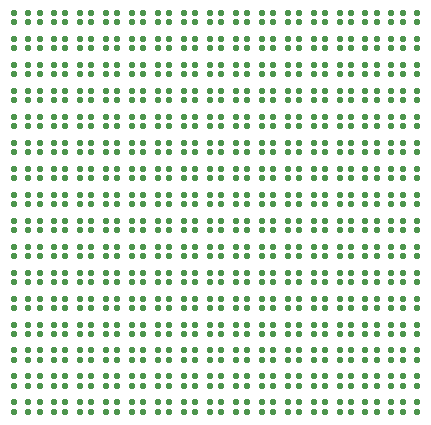
<source format=gts>
%TF.GenerationSoftware,KiCad,Pcbnew,5.99.0-unknown-dd5676f4bc~131~ubuntu20.04.1*%
%TF.CreationDate,2021-08-08T04:37:50-07:00*%
%TF.ProjectId,panel,70616e65-6c2e-46b6-9963-61645f706362,rev?*%
%TF.SameCoordinates,Original*%
%TF.FileFunction,Soldermask,Top*%
%TF.FilePolarity,Negative*%
%FSLAX46Y46*%
G04 Gerber Fmt 4.6, Leading zero omitted, Abs format (unit mm)*
G04 Created by KiCad (PCBNEW 5.99.0-unknown-dd5676f4bc~131~ubuntu20.04.1) date 2021-08-08 04:37:50*
%MOMM*%
%LPD*%
G01*
G04 APERTURE LIST*
G04 Aperture macros list*
%AMRoundRect*
0 Rectangle with rounded corners*
0 $1 Rounding radius*
0 $2 $3 $4 $5 $6 $7 $8 $9 X,Y pos of 4 corners*
0 Add a 4 corners polygon primitive as box body*
4,1,4,$2,$3,$4,$5,$6,$7,$8,$9,$2,$3,0*
0 Add four circle primitives for the rounded corners*
1,1,$1+$1,$2,$3*
1,1,$1+$1,$4,$5*
1,1,$1+$1,$6,$7*
1,1,$1+$1,$8,$9*
0 Add four rect primitives between the rounded corners*
20,1,$1+$1,$2,$3,$4,$5,0*
20,1,$1+$1,$4,$5,$6,$7,0*
20,1,$1+$1,$6,$7,$8,$9,0*
20,1,$1+$1,$8,$9,$2,$3,0*%
G04 Aperture macros list end*
%ADD10RoundRect,0.130000X0.145000X0.120000X-0.145000X0.120000X-0.145000X-0.120000X0.145000X-0.120000X0*%
G04 APERTURE END LIST*
D10*
%TO.C,D2*%
X64300000Y-61100000D03*
X64300000Y-61900000D03*
X63100000Y-61900000D03*
X63100000Y-61100000D03*
%TD*%
%TO.C,D231*%
X75300000Y-91900000D03*
X75300000Y-92700000D03*
X74100000Y-92700000D03*
X74100000Y-91900000D03*
%TD*%
%TO.C,D67*%
X66500000Y-69900000D03*
X66500000Y-70700000D03*
X65300000Y-70700000D03*
X65300000Y-69900000D03*
%TD*%
%TO.C,D234*%
X81900000Y-91900000D03*
X81900000Y-92700000D03*
X80700000Y-92700000D03*
X80700000Y-91900000D03*
%TD*%
%TO.C,D238*%
X90700000Y-91900000D03*
X90700000Y-92700000D03*
X89500000Y-92700000D03*
X89500000Y-91900000D03*
%TD*%
%TO.C,D136*%
X77500000Y-78700000D03*
X77500000Y-79500000D03*
X76300000Y-79500000D03*
X76300000Y-78700000D03*
%TD*%
%TO.C,D93*%
X88500000Y-72100000D03*
X88500000Y-72900000D03*
X87300000Y-72900000D03*
X87300000Y-72100000D03*
%TD*%
%TO.C,D166*%
X73100000Y-83100000D03*
X73100000Y-83900000D03*
X71900000Y-83900000D03*
X71900000Y-83100000D03*
%TD*%
%TO.C,D168*%
X77500000Y-83100000D03*
X77500000Y-83900000D03*
X76300000Y-83900000D03*
X76300000Y-83100000D03*
%TD*%
%TO.C,D52*%
X68700000Y-67700000D03*
X68700000Y-68500000D03*
X67500000Y-68500000D03*
X67500000Y-67700000D03*
%TD*%
%TO.C,D65*%
X62100000Y-69900000D03*
X62100000Y-70700000D03*
X60900000Y-70700000D03*
X60900000Y-69900000D03*
%TD*%
%TO.C,D119*%
X75300000Y-76500000D03*
X75300000Y-77300000D03*
X74100000Y-77300000D03*
X74100000Y-76500000D03*
%TD*%
%TO.C,D85*%
X70900000Y-72100000D03*
X70900000Y-72900000D03*
X69700000Y-72900000D03*
X69700000Y-72100000D03*
%TD*%
%TO.C,D112*%
X95100000Y-74300000D03*
X95100000Y-75100000D03*
X93900000Y-75100000D03*
X93900000Y-74300000D03*
%TD*%
%TO.C,D47*%
X92900000Y-65500000D03*
X92900000Y-66300000D03*
X91700000Y-66300000D03*
X91700000Y-65500000D03*
%TD*%
%TO.C,D12*%
X86300000Y-61100000D03*
X86300000Y-61900000D03*
X85100000Y-61900000D03*
X85100000Y-61100000D03*
%TD*%
%TO.C,D33*%
X62100000Y-65500000D03*
X62100000Y-66300000D03*
X60900000Y-66300000D03*
X60900000Y-65500000D03*
%TD*%
%TO.C,D32*%
X95100000Y-63300000D03*
X95100000Y-64100000D03*
X93900000Y-64100000D03*
X93900000Y-63300000D03*
%TD*%
%TO.C,D107*%
X84100000Y-74300000D03*
X84100000Y-75100000D03*
X82900000Y-75100000D03*
X82900000Y-74300000D03*
%TD*%
%TO.C,D164*%
X68700000Y-83100000D03*
X68700000Y-83900000D03*
X67500000Y-83900000D03*
X67500000Y-83100000D03*
%TD*%
%TO.C,D88*%
X77500000Y-72100000D03*
X77500000Y-72900000D03*
X76300000Y-72900000D03*
X76300000Y-72100000D03*
%TD*%
%TO.C,D183*%
X75300000Y-85300000D03*
X75300000Y-86100000D03*
X74100000Y-86100000D03*
X74100000Y-85300000D03*
%TD*%
%TO.C,D62*%
X90700000Y-67700000D03*
X90700000Y-68500000D03*
X89500000Y-68500000D03*
X89500000Y-67700000D03*
%TD*%
%TO.C,D28*%
X86300000Y-63300000D03*
X86300000Y-64100000D03*
X85100000Y-64100000D03*
X85100000Y-63300000D03*
%TD*%
%TO.C,D100*%
X68700000Y-74300000D03*
X68700000Y-75100000D03*
X67500000Y-75100000D03*
X67500000Y-74300000D03*
%TD*%
%TO.C,D141*%
X88500000Y-78700000D03*
X88500000Y-79500000D03*
X87300000Y-79500000D03*
X87300000Y-78700000D03*
%TD*%
%TO.C,D194*%
X64300000Y-87500000D03*
X64300000Y-88300000D03*
X63100000Y-88300000D03*
X63100000Y-87500000D03*
%TD*%
%TO.C,D99*%
X66500000Y-74300000D03*
X66500000Y-75100000D03*
X65300000Y-75100000D03*
X65300000Y-74300000D03*
%TD*%
%TO.C,D96*%
X95100000Y-72100000D03*
X95100000Y-72900000D03*
X93900000Y-72900000D03*
X93900000Y-72100000D03*
%TD*%
%TO.C,D152*%
X77500000Y-80900000D03*
X77500000Y-81700000D03*
X76300000Y-81700000D03*
X76300000Y-80900000D03*
%TD*%
%TO.C,D75*%
X84100000Y-69900000D03*
X84100000Y-70700000D03*
X82900000Y-70700000D03*
X82900000Y-69900000D03*
%TD*%
%TO.C,D64*%
X95100000Y-67700000D03*
X95100000Y-68500000D03*
X93900000Y-68500000D03*
X93900000Y-67700000D03*
%TD*%
%TO.C,D232*%
X77500000Y-91900000D03*
X77500000Y-92700000D03*
X76300000Y-92700000D03*
X76300000Y-91900000D03*
%TD*%
%TO.C,D211*%
X66500000Y-89700000D03*
X66500000Y-90500000D03*
X65300000Y-90500000D03*
X65300000Y-89700000D03*
%TD*%
%TO.C,D127*%
X92900000Y-76500000D03*
X92900000Y-77300000D03*
X91700000Y-77300000D03*
X91700000Y-76500000D03*
%TD*%
%TO.C,D66*%
X64300000Y-69900000D03*
X64300000Y-70700000D03*
X63100000Y-70700000D03*
X63100000Y-69900000D03*
%TD*%
%TO.C,D78*%
X90700000Y-69900000D03*
X90700000Y-70700000D03*
X89500000Y-70700000D03*
X89500000Y-69900000D03*
%TD*%
%TO.C,D156*%
X86300000Y-80900000D03*
X86300000Y-81700000D03*
X85100000Y-81700000D03*
X85100000Y-80900000D03*
%TD*%
%TO.C,D69*%
X70900000Y-69900000D03*
X70900000Y-70700000D03*
X69700000Y-70700000D03*
X69700000Y-69900000D03*
%TD*%
%TO.C,D56*%
X77500000Y-67700000D03*
X77500000Y-68500000D03*
X76300000Y-68500000D03*
X76300000Y-67700000D03*
%TD*%
%TO.C,D24*%
X77500000Y-63300000D03*
X77500000Y-64100000D03*
X76300000Y-64100000D03*
X76300000Y-63300000D03*
%TD*%
%TO.C,D165*%
X70900000Y-83100000D03*
X70900000Y-83900000D03*
X69700000Y-83900000D03*
X69700000Y-83100000D03*
%TD*%
%TO.C,D94*%
X90700000Y-72100000D03*
X90700000Y-72900000D03*
X89500000Y-72900000D03*
X89500000Y-72100000D03*
%TD*%
%TO.C,D181*%
X70900000Y-85300000D03*
X70900000Y-86100000D03*
X69700000Y-86100000D03*
X69700000Y-85300000D03*
%TD*%
%TO.C,D222*%
X90700000Y-89700000D03*
X90700000Y-90500000D03*
X89500000Y-90500000D03*
X89500000Y-89700000D03*
%TD*%
%TO.C,D129*%
X62100000Y-78700000D03*
X62100000Y-79500000D03*
X60900000Y-79500000D03*
X60900000Y-78700000D03*
%TD*%
%TO.C,D227*%
X66500000Y-91900000D03*
X66500000Y-92700000D03*
X65300000Y-92700000D03*
X65300000Y-91900000D03*
%TD*%
%TO.C,D249*%
X79700000Y-94100000D03*
X79700000Y-94900000D03*
X78500000Y-94900000D03*
X78500000Y-94100000D03*
%TD*%
%TO.C,D8*%
X77500000Y-61100000D03*
X77500000Y-61900000D03*
X76300000Y-61900000D03*
X76300000Y-61100000D03*
%TD*%
%TO.C,D51*%
X66500000Y-67700000D03*
X66500000Y-68500000D03*
X65300000Y-68500000D03*
X65300000Y-67700000D03*
%TD*%
%TO.C,D43*%
X84100000Y-65500000D03*
X84100000Y-66300000D03*
X82900000Y-66300000D03*
X82900000Y-65500000D03*
%TD*%
%TO.C,D27*%
X84100000Y-63300000D03*
X84100000Y-64100000D03*
X82900000Y-64100000D03*
X82900000Y-63300000D03*
%TD*%
%TO.C,D252*%
X86300000Y-94100000D03*
X86300000Y-94900000D03*
X85100000Y-94900000D03*
X85100000Y-94100000D03*
%TD*%
%TO.C,D115*%
X66500000Y-76500000D03*
X66500000Y-77300000D03*
X65300000Y-77300000D03*
X65300000Y-76500000D03*
%TD*%
%TO.C,D73*%
X79700000Y-69900000D03*
X79700000Y-70700000D03*
X78500000Y-70700000D03*
X78500000Y-69900000D03*
%TD*%
%TO.C,D76*%
X86300000Y-69900000D03*
X86300000Y-70700000D03*
X85100000Y-70700000D03*
X85100000Y-69900000D03*
%TD*%
%TO.C,D71*%
X75300000Y-69900000D03*
X75300000Y-70700000D03*
X74100000Y-70700000D03*
X74100000Y-69900000D03*
%TD*%
%TO.C,D26*%
X81900000Y-63300000D03*
X81900000Y-64100000D03*
X80700000Y-64100000D03*
X80700000Y-63300000D03*
%TD*%
%TO.C,D111*%
X92900000Y-74300000D03*
X92900000Y-75100000D03*
X91700000Y-75100000D03*
X91700000Y-74300000D03*
%TD*%
%TO.C,D63*%
X92900000Y-67700000D03*
X92900000Y-68500000D03*
X91700000Y-68500000D03*
X91700000Y-67700000D03*
%TD*%
%TO.C,D173*%
X88500000Y-83100000D03*
X88500000Y-83900000D03*
X87300000Y-83900000D03*
X87300000Y-83100000D03*
%TD*%
%TO.C,D247*%
X75300000Y-94100000D03*
X75300000Y-94900000D03*
X74100000Y-94900000D03*
X74100000Y-94100000D03*
%TD*%
%TO.C,D155*%
X84100000Y-80900000D03*
X84100000Y-81700000D03*
X82900000Y-81700000D03*
X82900000Y-80900000D03*
%TD*%
%TO.C,D209*%
X62100000Y-89700000D03*
X62100000Y-90500000D03*
X60900000Y-90500000D03*
X60900000Y-89700000D03*
%TD*%
%TO.C,D239*%
X92900000Y-91900000D03*
X92900000Y-92700000D03*
X91700000Y-92700000D03*
X91700000Y-91900000D03*
%TD*%
%TO.C,D134*%
X73100000Y-78700000D03*
X73100000Y-79500000D03*
X71900000Y-79500000D03*
X71900000Y-78700000D03*
%TD*%
%TO.C,D120*%
X77500000Y-76500000D03*
X77500000Y-77300000D03*
X76300000Y-77300000D03*
X76300000Y-76500000D03*
%TD*%
%TO.C,D193*%
X62100000Y-87500000D03*
X62100000Y-88300000D03*
X60900000Y-88300000D03*
X60900000Y-87500000D03*
%TD*%
%TO.C,D149*%
X70900000Y-80900000D03*
X70900000Y-81700000D03*
X69700000Y-81700000D03*
X69700000Y-80900000D03*
%TD*%
%TO.C,D251*%
X84100000Y-94100000D03*
X84100000Y-94900000D03*
X82900000Y-94900000D03*
X82900000Y-94100000D03*
%TD*%
%TO.C,D178*%
X64300000Y-85300000D03*
X64300000Y-86100000D03*
X63100000Y-86100000D03*
X63100000Y-85300000D03*
%TD*%
%TO.C,D20*%
X68700000Y-63300000D03*
X68700000Y-64100000D03*
X67500000Y-64100000D03*
X67500000Y-63300000D03*
%TD*%
%TO.C,D160*%
X95100000Y-80900000D03*
X95100000Y-81700000D03*
X93900000Y-81700000D03*
X93900000Y-80900000D03*
%TD*%
%TO.C,D57*%
X79700000Y-67700000D03*
X79700000Y-68500000D03*
X78500000Y-68500000D03*
X78500000Y-67700000D03*
%TD*%
%TO.C,D16*%
X95100000Y-61100000D03*
X95100000Y-61900000D03*
X93900000Y-61900000D03*
X93900000Y-61100000D03*
%TD*%
%TO.C,D46*%
X90700000Y-65500000D03*
X90700000Y-66300000D03*
X89500000Y-66300000D03*
X89500000Y-65500000D03*
%TD*%
%TO.C,D35*%
X66500000Y-65500000D03*
X66500000Y-66300000D03*
X65300000Y-66300000D03*
X65300000Y-65500000D03*
%TD*%
%TO.C,D103*%
X75300000Y-74300000D03*
X75300000Y-75100000D03*
X74100000Y-75100000D03*
X74100000Y-74300000D03*
%TD*%
%TO.C,D114*%
X64300000Y-76500000D03*
X64300000Y-77300000D03*
X63100000Y-77300000D03*
X63100000Y-76500000D03*
%TD*%
%TO.C,D124*%
X86300000Y-76500000D03*
X86300000Y-77300000D03*
X85100000Y-77300000D03*
X85100000Y-76500000D03*
%TD*%
%TO.C,D226*%
X64300000Y-91900000D03*
X64300000Y-92700000D03*
X63100000Y-92700000D03*
X63100000Y-91900000D03*
%TD*%
%TO.C,D174*%
X90700000Y-83100000D03*
X90700000Y-83900000D03*
X89500000Y-83900000D03*
X89500000Y-83100000D03*
%TD*%
%TO.C,D236*%
X86300000Y-91900000D03*
X86300000Y-92700000D03*
X85100000Y-92700000D03*
X85100000Y-91900000D03*
%TD*%
%TO.C,D87*%
X75300000Y-72100000D03*
X75300000Y-72900000D03*
X74100000Y-72900000D03*
X74100000Y-72100000D03*
%TD*%
%TO.C,D125*%
X88500000Y-76500000D03*
X88500000Y-77300000D03*
X87300000Y-77300000D03*
X87300000Y-76500000D03*
%TD*%
%TO.C,D55*%
X75300000Y-67700000D03*
X75300000Y-68500000D03*
X74100000Y-68500000D03*
X74100000Y-67700000D03*
%TD*%
%TO.C,D4*%
X68700000Y-61100000D03*
X68700000Y-61900000D03*
X67500000Y-61900000D03*
X67500000Y-61100000D03*
%TD*%
%TO.C,D196*%
X68700000Y-87500000D03*
X68700000Y-88300000D03*
X67500000Y-88300000D03*
X67500000Y-87500000D03*
%TD*%
%TO.C,D23*%
X75300000Y-63300000D03*
X75300000Y-64100000D03*
X74100000Y-64100000D03*
X74100000Y-63300000D03*
%TD*%
%TO.C,D21*%
X70900000Y-63300000D03*
X70900000Y-64100000D03*
X69700000Y-64100000D03*
X69700000Y-63300000D03*
%TD*%
%TO.C,D92*%
X86300000Y-72100000D03*
X86300000Y-72900000D03*
X85100000Y-72900000D03*
X85100000Y-72100000D03*
%TD*%
%TO.C,D140*%
X86300000Y-78700000D03*
X86300000Y-79500000D03*
X85100000Y-79500000D03*
X85100000Y-78700000D03*
%TD*%
%TO.C,D217*%
X79700000Y-89700000D03*
X79700000Y-90500000D03*
X78500000Y-90500000D03*
X78500000Y-89700000D03*
%TD*%
%TO.C,D44*%
X86300000Y-65500000D03*
X86300000Y-66300000D03*
X85100000Y-66300000D03*
X85100000Y-65500000D03*
%TD*%
%TO.C,D228*%
X68700000Y-91900000D03*
X68700000Y-92700000D03*
X67500000Y-92700000D03*
X67500000Y-91900000D03*
%TD*%
%TO.C,D40*%
X77500000Y-65500000D03*
X77500000Y-66300000D03*
X76300000Y-66300000D03*
X76300000Y-65500000D03*
%TD*%
%TO.C,D19*%
X66500000Y-63300000D03*
X66500000Y-64100000D03*
X65300000Y-64100000D03*
X65300000Y-63300000D03*
%TD*%
%TO.C,D179*%
X66500000Y-85300000D03*
X66500000Y-86100000D03*
X65300000Y-86100000D03*
X65300000Y-85300000D03*
%TD*%
%TO.C,D170*%
X81900000Y-83100000D03*
X81900000Y-83900000D03*
X80700000Y-83900000D03*
X80700000Y-83100000D03*
%TD*%
%TO.C,D180*%
X68700000Y-85300000D03*
X68700000Y-86100000D03*
X67500000Y-86100000D03*
X67500000Y-85300000D03*
%TD*%
%TO.C,D30*%
X90700000Y-63300000D03*
X90700000Y-64100000D03*
X89500000Y-64100000D03*
X89500000Y-63300000D03*
%TD*%
%TO.C,D202*%
X81900000Y-87500000D03*
X81900000Y-88300000D03*
X80700000Y-88300000D03*
X80700000Y-87500000D03*
%TD*%
%TO.C,D171*%
X84100000Y-83100000D03*
X84100000Y-83900000D03*
X82900000Y-83900000D03*
X82900000Y-83100000D03*
%TD*%
%TO.C,D187*%
X84100000Y-85300000D03*
X84100000Y-86100000D03*
X82900000Y-86100000D03*
X82900000Y-85300000D03*
%TD*%
%TO.C,D59*%
X84100000Y-67700000D03*
X84100000Y-68500000D03*
X82900000Y-68500000D03*
X82900000Y-67700000D03*
%TD*%
%TO.C,D190*%
X90700000Y-85300000D03*
X90700000Y-86100000D03*
X89500000Y-86100000D03*
X89500000Y-85300000D03*
%TD*%
%TO.C,D17*%
X62100000Y-63300000D03*
X62100000Y-64100000D03*
X60900000Y-64100000D03*
X60900000Y-63300000D03*
%TD*%
%TO.C,D248*%
X77500000Y-94100000D03*
X77500000Y-94900000D03*
X76300000Y-94900000D03*
X76300000Y-94100000D03*
%TD*%
%TO.C,D182*%
X73100000Y-85300000D03*
X73100000Y-86100000D03*
X71900000Y-86100000D03*
X71900000Y-85300000D03*
%TD*%
%TO.C,D89*%
X79700000Y-72100000D03*
X79700000Y-72900000D03*
X78500000Y-72900000D03*
X78500000Y-72100000D03*
%TD*%
%TO.C,D97*%
X62100000Y-74300000D03*
X62100000Y-75100000D03*
X60900000Y-75100000D03*
X60900000Y-74300000D03*
%TD*%
%TO.C,D237*%
X88500000Y-91900000D03*
X88500000Y-92700000D03*
X87300000Y-92700000D03*
X87300000Y-91900000D03*
%TD*%
%TO.C,D201*%
X79700000Y-87500000D03*
X79700000Y-88300000D03*
X78500000Y-88300000D03*
X78500000Y-87500000D03*
%TD*%
%TO.C,D210*%
X64300000Y-89700000D03*
X64300000Y-90500000D03*
X63100000Y-90500000D03*
X63100000Y-89700000D03*
%TD*%
%TO.C,D117*%
X70900000Y-76500000D03*
X70900000Y-77300000D03*
X69700000Y-77300000D03*
X69700000Y-76500000D03*
%TD*%
%TO.C,D95*%
X92900000Y-72100000D03*
X92900000Y-72900000D03*
X91700000Y-72900000D03*
X91700000Y-72100000D03*
%TD*%
%TO.C,D223*%
X92900000Y-89700000D03*
X92900000Y-90500000D03*
X91700000Y-90500000D03*
X91700000Y-89700000D03*
%TD*%
%TO.C,D216*%
X77500000Y-89700000D03*
X77500000Y-90500000D03*
X76300000Y-90500000D03*
X76300000Y-89700000D03*
%TD*%
%TO.C,D212*%
X68700000Y-89700000D03*
X68700000Y-90500000D03*
X67500000Y-90500000D03*
X67500000Y-89700000D03*
%TD*%
%TO.C,D198*%
X73100000Y-87500000D03*
X73100000Y-88300000D03*
X71900000Y-88300000D03*
X71900000Y-87500000D03*
%TD*%
%TO.C,D235*%
X84100000Y-91900000D03*
X84100000Y-92700000D03*
X82900000Y-92700000D03*
X82900000Y-91900000D03*
%TD*%
%TO.C,D255*%
X92900000Y-94100000D03*
X92900000Y-94900000D03*
X91700000Y-94900000D03*
X91700000Y-94100000D03*
%TD*%
%TO.C,D29*%
X88500000Y-63300000D03*
X88500000Y-64100000D03*
X87300000Y-64100000D03*
X87300000Y-63300000D03*
%TD*%
%TO.C,D9*%
X79700000Y-61100000D03*
X79700000Y-61900000D03*
X78500000Y-61900000D03*
X78500000Y-61100000D03*
%TD*%
%TO.C,D48*%
X95100000Y-65500000D03*
X95100000Y-66300000D03*
X93900000Y-66300000D03*
X93900000Y-65500000D03*
%TD*%
%TO.C,D213*%
X70900000Y-89700000D03*
X70900000Y-90500000D03*
X69700000Y-90500000D03*
X69700000Y-89700000D03*
%TD*%
%TO.C,D253*%
X88500000Y-94100000D03*
X88500000Y-94900000D03*
X87300000Y-94900000D03*
X87300000Y-94100000D03*
%TD*%
%TO.C,D192*%
X95100000Y-85300000D03*
X95100000Y-86100000D03*
X93900000Y-86100000D03*
X93900000Y-85300000D03*
%TD*%
%TO.C,D146*%
X64300000Y-80900000D03*
X64300000Y-81700000D03*
X63100000Y-81700000D03*
X63100000Y-80900000D03*
%TD*%
%TO.C,D220*%
X86300000Y-89700000D03*
X86300000Y-90500000D03*
X85100000Y-90500000D03*
X85100000Y-89700000D03*
%TD*%
%TO.C,D110*%
X90700000Y-74300000D03*
X90700000Y-75100000D03*
X89500000Y-75100000D03*
X89500000Y-74300000D03*
%TD*%
%TO.C,D150*%
X73100000Y-80900000D03*
X73100000Y-81700000D03*
X71900000Y-81700000D03*
X71900000Y-80900000D03*
%TD*%
%TO.C,D126*%
X90700000Y-76500000D03*
X90700000Y-77300000D03*
X89500000Y-77300000D03*
X89500000Y-76500000D03*
%TD*%
%TO.C,D39*%
X75300000Y-65500000D03*
X75300000Y-66300000D03*
X74100000Y-66300000D03*
X74100000Y-65500000D03*
%TD*%
%TO.C,D14*%
X90700000Y-61100000D03*
X90700000Y-61900000D03*
X89500000Y-61900000D03*
X89500000Y-61100000D03*
%TD*%
%TO.C,D175*%
X92900000Y-83100000D03*
X92900000Y-83900000D03*
X91700000Y-83900000D03*
X91700000Y-83100000D03*
%TD*%
%TO.C,D250*%
X81900000Y-94100000D03*
X81900000Y-94900000D03*
X80700000Y-94900000D03*
X80700000Y-94100000D03*
%TD*%
%TO.C,D245*%
X70900000Y-94100000D03*
X70900000Y-94900000D03*
X69700000Y-94900000D03*
X69700000Y-94100000D03*
%TD*%
%TO.C,D79*%
X92900000Y-69900000D03*
X92900000Y-70700000D03*
X91700000Y-70700000D03*
X91700000Y-69900000D03*
%TD*%
%TO.C,D104*%
X77500000Y-74300000D03*
X77500000Y-75100000D03*
X76300000Y-75100000D03*
X76300000Y-74300000D03*
%TD*%
%TO.C,D159*%
X92900000Y-80900000D03*
X92900000Y-81700000D03*
X91700000Y-81700000D03*
X91700000Y-80900000D03*
%TD*%
%TO.C,D128*%
X95100000Y-76500000D03*
X95100000Y-77300000D03*
X93900000Y-77300000D03*
X93900000Y-76500000D03*
%TD*%
%TO.C,D58*%
X81900000Y-67700000D03*
X81900000Y-68500000D03*
X80700000Y-68500000D03*
X80700000Y-67700000D03*
%TD*%
%TO.C,D81*%
X62100000Y-72100000D03*
X62100000Y-72900000D03*
X60900000Y-72900000D03*
X60900000Y-72100000D03*
%TD*%
%TO.C,D221*%
X88500000Y-89700000D03*
X88500000Y-90500000D03*
X87300000Y-90500000D03*
X87300000Y-89700000D03*
%TD*%
%TO.C,D105*%
X79700000Y-74300000D03*
X79700000Y-75100000D03*
X78500000Y-75100000D03*
X78500000Y-74300000D03*
%TD*%
%TO.C,D233*%
X79700000Y-91900000D03*
X79700000Y-92700000D03*
X78500000Y-92700000D03*
X78500000Y-91900000D03*
%TD*%
%TO.C,D70*%
X73100000Y-69900000D03*
X73100000Y-70700000D03*
X71900000Y-70700000D03*
X71900000Y-69900000D03*
%TD*%
%TO.C,D133*%
X70900000Y-78700000D03*
X70900000Y-79500000D03*
X69700000Y-79500000D03*
X69700000Y-78700000D03*
%TD*%
%TO.C,D157*%
X88500000Y-80900000D03*
X88500000Y-81700000D03*
X87300000Y-81700000D03*
X87300000Y-80900000D03*
%TD*%
%TO.C,D177*%
X62100000Y-85300000D03*
X62100000Y-86100000D03*
X60900000Y-86100000D03*
X60900000Y-85300000D03*
%TD*%
%TO.C,D121*%
X79700000Y-76500000D03*
X79700000Y-77300000D03*
X78500000Y-77300000D03*
X78500000Y-76500000D03*
%TD*%
%TO.C,D86*%
X73100000Y-72100000D03*
X73100000Y-72900000D03*
X71900000Y-72900000D03*
X71900000Y-72100000D03*
%TD*%
%TO.C,D130*%
X64300000Y-78700000D03*
X64300000Y-79500000D03*
X63100000Y-79500000D03*
X63100000Y-78700000D03*
%TD*%
%TO.C,D203*%
X84100000Y-87500000D03*
X84100000Y-88300000D03*
X82900000Y-88300000D03*
X82900000Y-87500000D03*
%TD*%
%TO.C,D153*%
X79700000Y-80900000D03*
X79700000Y-81700000D03*
X78500000Y-81700000D03*
X78500000Y-80900000D03*
%TD*%
%TO.C,D154*%
X81900000Y-80900000D03*
X81900000Y-81700000D03*
X80700000Y-81700000D03*
X80700000Y-80900000D03*
%TD*%
%TO.C,D219*%
X84100000Y-89700000D03*
X84100000Y-90500000D03*
X82900000Y-90500000D03*
X82900000Y-89700000D03*
%TD*%
%TO.C,D218*%
X81900000Y-89700000D03*
X81900000Y-90500000D03*
X80700000Y-90500000D03*
X80700000Y-89700000D03*
%TD*%
%TO.C,D186*%
X81900000Y-85300000D03*
X81900000Y-86100000D03*
X80700000Y-86100000D03*
X80700000Y-85300000D03*
%TD*%
%TO.C,D131*%
X66500000Y-78700000D03*
X66500000Y-79500000D03*
X65300000Y-79500000D03*
X65300000Y-78700000D03*
%TD*%
%TO.C,D229*%
X70900000Y-91900000D03*
X70900000Y-92700000D03*
X69700000Y-92700000D03*
X69700000Y-91900000D03*
%TD*%
%TO.C,D108*%
X86300000Y-74300000D03*
X86300000Y-75100000D03*
X85100000Y-75100000D03*
X85100000Y-74300000D03*
%TD*%
%TO.C,D138*%
X81900000Y-78700000D03*
X81900000Y-79500000D03*
X80700000Y-79500000D03*
X80700000Y-78700000D03*
%TD*%
%TO.C,D42*%
X81900000Y-65500000D03*
X81900000Y-66300000D03*
X80700000Y-66300000D03*
X80700000Y-65500000D03*
%TD*%
%TO.C,D83*%
X66500000Y-72100000D03*
X66500000Y-72900000D03*
X65300000Y-72900000D03*
X65300000Y-72100000D03*
%TD*%
%TO.C,D225*%
X62100000Y-91900000D03*
X62100000Y-92700000D03*
X60900000Y-92700000D03*
X60900000Y-91900000D03*
%TD*%
%TO.C,D200*%
X77500000Y-87500000D03*
X77500000Y-88300000D03*
X76300000Y-88300000D03*
X76300000Y-87500000D03*
%TD*%
%TO.C,D13*%
X88500000Y-61100000D03*
X88500000Y-61900000D03*
X87300000Y-61900000D03*
X87300000Y-61100000D03*
%TD*%
%TO.C,D15*%
X92900000Y-61100000D03*
X92900000Y-61900000D03*
X91700000Y-61900000D03*
X91700000Y-61100000D03*
%TD*%
%TO.C,D176*%
X95100000Y-83100000D03*
X95100000Y-83900000D03*
X93900000Y-83900000D03*
X93900000Y-83100000D03*
%TD*%
%TO.C,D204*%
X86300000Y-87500000D03*
X86300000Y-88300000D03*
X85100000Y-88300000D03*
X85100000Y-87500000D03*
%TD*%
%TO.C,D137*%
X79700000Y-78700000D03*
X79700000Y-79500000D03*
X78500000Y-79500000D03*
X78500000Y-78700000D03*
%TD*%
%TO.C,D132*%
X68700000Y-78700000D03*
X68700000Y-79500000D03*
X67500000Y-79500000D03*
X67500000Y-78700000D03*
%TD*%
%TO.C,D123*%
X84100000Y-76500000D03*
X84100000Y-77300000D03*
X82900000Y-77300000D03*
X82900000Y-76500000D03*
%TD*%
%TO.C,D11*%
X84100000Y-61100000D03*
X84100000Y-61900000D03*
X82900000Y-61900000D03*
X82900000Y-61100000D03*
%TD*%
%TO.C,D254*%
X90700000Y-94100000D03*
X90700000Y-94900000D03*
X89500000Y-94900000D03*
X89500000Y-94100000D03*
%TD*%
%TO.C,D77*%
X88500000Y-69900000D03*
X88500000Y-70700000D03*
X87300000Y-70700000D03*
X87300000Y-69900000D03*
%TD*%
%TO.C,D191*%
X92900000Y-85300000D03*
X92900000Y-86100000D03*
X91700000Y-86100000D03*
X91700000Y-85300000D03*
%TD*%
%TO.C,D167*%
X75300000Y-83100000D03*
X75300000Y-83900000D03*
X74100000Y-83900000D03*
X74100000Y-83100000D03*
%TD*%
%TO.C,D106*%
X81900000Y-74300000D03*
X81900000Y-75100000D03*
X80700000Y-75100000D03*
X80700000Y-74300000D03*
%TD*%
%TO.C,D36*%
X68700000Y-65500000D03*
X68700000Y-66300000D03*
X67500000Y-66300000D03*
X67500000Y-65500000D03*
%TD*%
%TO.C,D189*%
X88500000Y-85300000D03*
X88500000Y-86100000D03*
X87300000Y-86100000D03*
X87300000Y-85300000D03*
%TD*%
%TO.C,D195*%
X66500000Y-87500000D03*
X66500000Y-88300000D03*
X65300000Y-88300000D03*
X65300000Y-87500000D03*
%TD*%
%TO.C,D199*%
X75300000Y-87500000D03*
X75300000Y-88300000D03*
X74100000Y-88300000D03*
X74100000Y-87500000D03*
%TD*%
%TO.C,D158*%
X90700000Y-80900000D03*
X90700000Y-81700000D03*
X89500000Y-81700000D03*
X89500000Y-80900000D03*
%TD*%
%TO.C,D256*%
X95100000Y-94100000D03*
X95100000Y-94900000D03*
X93900000Y-94900000D03*
X93900000Y-94100000D03*
%TD*%
%TO.C,D162*%
X64300000Y-83100000D03*
X64300000Y-83900000D03*
X63100000Y-83900000D03*
X63100000Y-83100000D03*
%TD*%
%TO.C,D208*%
X95100000Y-87500000D03*
X95100000Y-88300000D03*
X93900000Y-88300000D03*
X93900000Y-87500000D03*
%TD*%
%TO.C,D37*%
X70900000Y-65500000D03*
X70900000Y-66300000D03*
X69700000Y-66300000D03*
X69700000Y-65500000D03*
%TD*%
%TO.C,D143*%
X92900000Y-78700000D03*
X92900000Y-79500000D03*
X91700000Y-79500000D03*
X91700000Y-78700000D03*
%TD*%
%TO.C,D22*%
X73100000Y-63300000D03*
X73100000Y-64100000D03*
X71900000Y-64100000D03*
X71900000Y-63300000D03*
%TD*%
%TO.C,D215*%
X75300000Y-89700000D03*
X75300000Y-90500000D03*
X74100000Y-90500000D03*
X74100000Y-89700000D03*
%TD*%
%TO.C,D184*%
X77500000Y-85300000D03*
X77500000Y-86100000D03*
X76300000Y-86100000D03*
X76300000Y-85300000D03*
%TD*%
%TO.C,D135*%
X75300000Y-78700000D03*
X75300000Y-79500000D03*
X74100000Y-79500000D03*
X74100000Y-78700000D03*
%TD*%
%TO.C,D60*%
X86300000Y-67700000D03*
X86300000Y-68500000D03*
X85100000Y-68500000D03*
X85100000Y-67700000D03*
%TD*%
%TO.C,D50*%
X64300000Y-67700000D03*
X64300000Y-68500000D03*
X63100000Y-68500000D03*
X63100000Y-67700000D03*
%TD*%
%TO.C,D18*%
X64300000Y-63300000D03*
X64300000Y-64100000D03*
X63100000Y-64100000D03*
X63100000Y-63300000D03*
%TD*%
%TO.C,D139*%
X84100000Y-78700000D03*
X84100000Y-79500000D03*
X82900000Y-79500000D03*
X82900000Y-78700000D03*
%TD*%
%TO.C,D116*%
X68700000Y-76500000D03*
X68700000Y-77300000D03*
X67500000Y-77300000D03*
X67500000Y-76500000D03*
%TD*%
%TO.C,D169*%
X79700000Y-83100000D03*
X79700000Y-83900000D03*
X78500000Y-83900000D03*
X78500000Y-83100000D03*
%TD*%
%TO.C,D91*%
X84100000Y-72100000D03*
X84100000Y-72900000D03*
X82900000Y-72900000D03*
X82900000Y-72100000D03*
%TD*%
%TO.C,D7*%
X75300000Y-61100000D03*
X75300000Y-61900000D03*
X74100000Y-61900000D03*
X74100000Y-61100000D03*
%TD*%
%TO.C,D98*%
X64300000Y-74300000D03*
X64300000Y-75100000D03*
X63100000Y-75100000D03*
X63100000Y-74300000D03*
%TD*%
%TO.C,D214*%
X73100000Y-89700000D03*
X73100000Y-90500000D03*
X71900000Y-90500000D03*
X71900000Y-89700000D03*
%TD*%
%TO.C,D206*%
X90700000Y-87500000D03*
X90700000Y-88300000D03*
X89500000Y-88300000D03*
X89500000Y-87500000D03*
%TD*%
%TO.C,D38*%
X73100000Y-65500000D03*
X73100000Y-66300000D03*
X71900000Y-66300000D03*
X71900000Y-65500000D03*
%TD*%
%TO.C,D84*%
X68700000Y-72100000D03*
X68700000Y-72900000D03*
X67500000Y-72900000D03*
X67500000Y-72100000D03*
%TD*%
%TO.C,D230*%
X73100000Y-91900000D03*
X73100000Y-92700000D03*
X71900000Y-92700000D03*
X71900000Y-91900000D03*
%TD*%
%TO.C,D244*%
X68700000Y-94100000D03*
X68700000Y-94900000D03*
X67500000Y-94900000D03*
X67500000Y-94100000D03*
%TD*%
%TO.C,D188*%
X86300000Y-85300000D03*
X86300000Y-86100000D03*
X85100000Y-86100000D03*
X85100000Y-85300000D03*
%TD*%
%TO.C,D113*%
X62100000Y-76500000D03*
X62100000Y-77300000D03*
X60900000Y-77300000D03*
X60900000Y-76500000D03*
%TD*%
%TO.C,D101*%
X70900000Y-74300000D03*
X70900000Y-75100000D03*
X69700000Y-75100000D03*
X69700000Y-74300000D03*
%TD*%
%TO.C,D3*%
X66500000Y-61100000D03*
X66500000Y-61900000D03*
X65300000Y-61900000D03*
X65300000Y-61100000D03*
%TD*%
%TO.C,D41*%
X79700000Y-65500000D03*
X79700000Y-66300000D03*
X78500000Y-66300000D03*
X78500000Y-65500000D03*
%TD*%
%TO.C,D53*%
X70900000Y-67700000D03*
X70900000Y-68500000D03*
X69700000Y-68500000D03*
X69700000Y-67700000D03*
%TD*%
%TO.C,D207*%
X92900000Y-87500000D03*
X92900000Y-88300000D03*
X91700000Y-88300000D03*
X91700000Y-87500000D03*
%TD*%
%TO.C,D25*%
X79700000Y-63300000D03*
X79700000Y-64100000D03*
X78500000Y-64100000D03*
X78500000Y-63300000D03*
%TD*%
%TO.C,D172*%
X86300000Y-83100000D03*
X86300000Y-83900000D03*
X85100000Y-83900000D03*
X85100000Y-83100000D03*
%TD*%
%TO.C,D45*%
X88500000Y-65500000D03*
X88500000Y-66300000D03*
X87300000Y-66300000D03*
X87300000Y-65500000D03*
%TD*%
%TO.C,D224*%
X95100000Y-89700000D03*
X95100000Y-90500000D03*
X93900000Y-90500000D03*
X93900000Y-89700000D03*
%TD*%
%TO.C,D197*%
X70900000Y-87500000D03*
X70900000Y-88300000D03*
X69700000Y-88300000D03*
X69700000Y-87500000D03*
%TD*%
%TO.C,D10*%
X81900000Y-61100000D03*
X81900000Y-61900000D03*
X80700000Y-61900000D03*
X80700000Y-61100000D03*
%TD*%
%TO.C,D151*%
X75300000Y-80900000D03*
X75300000Y-81700000D03*
X74100000Y-81700000D03*
X74100000Y-80900000D03*
%TD*%
%TO.C,D144*%
X95100000Y-78700000D03*
X95100000Y-79500000D03*
X93900000Y-79500000D03*
X93900000Y-78700000D03*
%TD*%
%TO.C,D6*%
X73100000Y-61100000D03*
X73100000Y-61900000D03*
X71900000Y-61900000D03*
X71900000Y-61100000D03*
%TD*%
%TO.C,D242*%
X64300000Y-94100000D03*
X64300000Y-94900000D03*
X63100000Y-94900000D03*
X63100000Y-94100000D03*
%TD*%
%TO.C,D163*%
X66500000Y-83100000D03*
X66500000Y-83900000D03*
X65300000Y-83900000D03*
X65300000Y-83100000D03*
%TD*%
%TO.C,D68*%
X68700000Y-69900000D03*
X68700000Y-70700000D03*
X67500000Y-70700000D03*
X67500000Y-69900000D03*
%TD*%
%TO.C,D90*%
X81900000Y-72100000D03*
X81900000Y-72900000D03*
X80700000Y-72900000D03*
X80700000Y-72100000D03*
%TD*%
%TO.C,D109*%
X88500000Y-74300000D03*
X88500000Y-75100000D03*
X87300000Y-75100000D03*
X87300000Y-74300000D03*
%TD*%
%TO.C,D54*%
X73100000Y-67700000D03*
X73100000Y-68500000D03*
X71900000Y-68500000D03*
X71900000Y-67700000D03*
%TD*%
%TO.C,D49*%
X62100000Y-67700000D03*
X62100000Y-68500000D03*
X60900000Y-68500000D03*
X60900000Y-67700000D03*
%TD*%
%TO.C,D5*%
X70900000Y-61100000D03*
X70900000Y-61900000D03*
X69700000Y-61900000D03*
X69700000Y-61100000D03*
%TD*%
%TO.C,D145*%
X62100000Y-80900000D03*
X62100000Y-81700000D03*
X60900000Y-81700000D03*
X60900000Y-80900000D03*
%TD*%
%TO.C,D1*%
X62100000Y-61100000D03*
X62100000Y-61900000D03*
X60900000Y-61900000D03*
X60900000Y-61100000D03*
%TD*%
%TO.C,D74*%
X81900000Y-69900000D03*
X81900000Y-70700000D03*
X80700000Y-70700000D03*
X80700000Y-69900000D03*
%TD*%
%TO.C,D205*%
X88500000Y-87500000D03*
X88500000Y-88300000D03*
X87300000Y-88300000D03*
X87300000Y-87500000D03*
%TD*%
%TO.C,D148*%
X68700000Y-80900000D03*
X68700000Y-81700000D03*
X67500000Y-81700000D03*
X67500000Y-80900000D03*
%TD*%
%TO.C,D246*%
X73100000Y-94100000D03*
X73100000Y-94900000D03*
X71900000Y-94900000D03*
X71900000Y-94100000D03*
%TD*%
%TO.C,D82*%
X64300000Y-72100000D03*
X64300000Y-72900000D03*
X63100000Y-72900000D03*
X63100000Y-72100000D03*
%TD*%
%TO.C,D147*%
X66500000Y-80900000D03*
X66500000Y-81700000D03*
X65300000Y-81700000D03*
X65300000Y-80900000D03*
%TD*%
%TO.C,D102*%
X73100000Y-74300000D03*
X73100000Y-75100000D03*
X71900000Y-75100000D03*
X71900000Y-74300000D03*
%TD*%
%TO.C,D34*%
X64300000Y-65500000D03*
X64300000Y-66300000D03*
X63100000Y-66300000D03*
X63100000Y-65500000D03*
%TD*%
%TO.C,D80*%
X95100000Y-69900000D03*
X95100000Y-70700000D03*
X93900000Y-70700000D03*
X93900000Y-69900000D03*
%TD*%
%TO.C,D243*%
X66500000Y-94100000D03*
X66500000Y-94900000D03*
X65300000Y-94900000D03*
X65300000Y-94100000D03*
%TD*%
%TO.C,D185*%
X79700000Y-85300000D03*
X79700000Y-86100000D03*
X78500000Y-86100000D03*
X78500000Y-85300000D03*
%TD*%
%TO.C,D72*%
X77500000Y-69900000D03*
X77500000Y-70700000D03*
X76300000Y-70700000D03*
X76300000Y-69900000D03*
%TD*%
%TO.C,D142*%
X90700000Y-78700000D03*
X90700000Y-79500000D03*
X89500000Y-79500000D03*
X89500000Y-78700000D03*
%TD*%
%TO.C,D118*%
X73100000Y-76500000D03*
X73100000Y-77300000D03*
X71900000Y-77300000D03*
X71900000Y-76500000D03*
%TD*%
%TO.C,D161*%
X62100000Y-83100000D03*
X62100000Y-83900000D03*
X60900000Y-83900000D03*
X60900000Y-83100000D03*
%TD*%
%TO.C,D31*%
X92900000Y-63300000D03*
X92900000Y-64100000D03*
X91700000Y-64100000D03*
X91700000Y-63300000D03*
%TD*%
%TO.C,D240*%
X95100000Y-91900000D03*
X95100000Y-92700000D03*
X93900000Y-92700000D03*
X93900000Y-91900000D03*
%TD*%
%TO.C,D241*%
X62100000Y-94100000D03*
X62100000Y-94900000D03*
X60900000Y-94900000D03*
X60900000Y-94100000D03*
%TD*%
%TO.C,D122*%
X81900000Y-76500000D03*
X81900000Y-77300000D03*
X80700000Y-77300000D03*
X80700000Y-76500000D03*
%TD*%
%TO.C,D61*%
X88500000Y-67700000D03*
X88500000Y-68500000D03*
X87300000Y-68500000D03*
X87300000Y-67700000D03*
%TD*%
M02*

</source>
